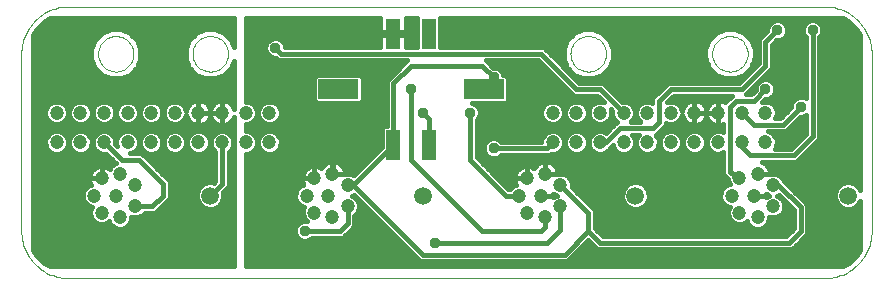
<source format=gbl>
G75*
G70*
%OFA0B0*%
%FSLAX24Y24*%
%IPPOS*%
%LPD*%
%AMOC8*
5,1,8,0,0,1.08239X$1,22.5*
%
%ADD10C,0.0000*%
%ADD11C,0.0472*%
%ADD12C,0.0591*%
%ADD13R,0.0500X0.1000*%
%ADD14R,0.1350X0.0650*%
%ADD15C,0.0160*%
%ADD16C,0.0376*%
D10*
X018222Y002079D02*
X018222Y007984D01*
X018224Y008061D01*
X018230Y008138D01*
X018239Y008215D01*
X018252Y008291D01*
X018269Y008367D01*
X018290Y008441D01*
X018314Y008515D01*
X018342Y008587D01*
X018373Y008657D01*
X018408Y008726D01*
X018446Y008794D01*
X018487Y008859D01*
X018532Y008922D01*
X018580Y008983D01*
X018630Y009042D01*
X018683Y009098D01*
X018739Y009151D01*
X018798Y009201D01*
X018859Y009249D01*
X018922Y009294D01*
X018987Y009335D01*
X019055Y009373D01*
X019124Y009408D01*
X019194Y009439D01*
X019266Y009467D01*
X019340Y009491D01*
X019414Y009512D01*
X019490Y009529D01*
X019566Y009542D01*
X019643Y009551D01*
X019720Y009557D01*
X019797Y009559D01*
X044994Y009559D01*
X045071Y009557D01*
X045148Y009551D01*
X045225Y009542D01*
X045301Y009529D01*
X045377Y009512D01*
X045451Y009491D01*
X045525Y009467D01*
X045597Y009439D01*
X045667Y009408D01*
X045736Y009373D01*
X045804Y009335D01*
X045869Y009294D01*
X045932Y009249D01*
X045993Y009201D01*
X046052Y009151D01*
X046108Y009098D01*
X046161Y009042D01*
X046211Y008983D01*
X046259Y008922D01*
X046304Y008859D01*
X046345Y008794D01*
X046383Y008726D01*
X046418Y008657D01*
X046449Y008587D01*
X046477Y008515D01*
X046501Y008441D01*
X046522Y008367D01*
X046539Y008291D01*
X046552Y008215D01*
X046561Y008138D01*
X046567Y008061D01*
X046569Y007984D01*
X046569Y002079D01*
X046567Y002002D01*
X046561Y001925D01*
X046552Y001848D01*
X046539Y001772D01*
X046522Y001696D01*
X046501Y001622D01*
X046477Y001548D01*
X046449Y001476D01*
X046418Y001406D01*
X046383Y001337D01*
X046345Y001269D01*
X046304Y001204D01*
X046259Y001141D01*
X046211Y001080D01*
X046161Y001021D01*
X046108Y000965D01*
X046052Y000912D01*
X045993Y000862D01*
X045932Y000814D01*
X045869Y000769D01*
X045804Y000728D01*
X045736Y000690D01*
X045667Y000655D01*
X045597Y000624D01*
X045525Y000596D01*
X045451Y000572D01*
X045377Y000551D01*
X045301Y000534D01*
X045225Y000521D01*
X045148Y000512D01*
X045071Y000506D01*
X044994Y000504D01*
X019797Y000504D01*
X019720Y000506D01*
X019643Y000512D01*
X019566Y000521D01*
X019490Y000534D01*
X019414Y000551D01*
X019340Y000572D01*
X019266Y000596D01*
X019194Y000624D01*
X019124Y000655D01*
X019055Y000690D01*
X018987Y000728D01*
X018922Y000769D01*
X018859Y000814D01*
X018798Y000862D01*
X018739Y000912D01*
X018683Y000965D01*
X018630Y001021D01*
X018580Y001080D01*
X018532Y001141D01*
X018487Y001204D01*
X018446Y001269D01*
X018408Y001337D01*
X018373Y001406D01*
X018342Y001476D01*
X018314Y001548D01*
X018290Y001622D01*
X018269Y001696D01*
X018252Y001772D01*
X018239Y001848D01*
X018230Y001925D01*
X018224Y002002D01*
X018222Y002079D01*
X020781Y007984D02*
X020783Y008032D01*
X020789Y008080D01*
X020799Y008127D01*
X020812Y008173D01*
X020830Y008218D01*
X020850Y008262D01*
X020875Y008304D01*
X020903Y008343D01*
X020933Y008380D01*
X020967Y008414D01*
X021004Y008446D01*
X021042Y008475D01*
X021083Y008500D01*
X021126Y008522D01*
X021171Y008540D01*
X021217Y008554D01*
X021264Y008565D01*
X021312Y008572D01*
X021360Y008575D01*
X021408Y008574D01*
X021456Y008569D01*
X021504Y008560D01*
X021550Y008548D01*
X021595Y008531D01*
X021639Y008511D01*
X021681Y008488D01*
X021721Y008461D01*
X021759Y008431D01*
X021794Y008398D01*
X021826Y008362D01*
X021856Y008324D01*
X021882Y008283D01*
X021904Y008240D01*
X021924Y008196D01*
X021939Y008151D01*
X021951Y008104D01*
X021959Y008056D01*
X021963Y008008D01*
X021963Y007960D01*
X021959Y007912D01*
X021951Y007864D01*
X021939Y007817D01*
X021924Y007772D01*
X021904Y007728D01*
X021882Y007685D01*
X021856Y007644D01*
X021826Y007606D01*
X021794Y007570D01*
X021759Y007537D01*
X021721Y007507D01*
X021681Y007480D01*
X021639Y007457D01*
X021595Y007437D01*
X021550Y007420D01*
X021504Y007408D01*
X021456Y007399D01*
X021408Y007394D01*
X021360Y007393D01*
X021312Y007396D01*
X021264Y007403D01*
X021217Y007414D01*
X021171Y007428D01*
X021126Y007446D01*
X021083Y007468D01*
X021042Y007493D01*
X021004Y007522D01*
X020967Y007554D01*
X020933Y007588D01*
X020903Y007625D01*
X020875Y007664D01*
X020850Y007706D01*
X020830Y007750D01*
X020812Y007795D01*
X020799Y007841D01*
X020789Y007888D01*
X020783Y007936D01*
X020781Y007984D01*
X023931Y007984D02*
X023933Y008032D01*
X023939Y008080D01*
X023949Y008127D01*
X023962Y008173D01*
X023980Y008218D01*
X024000Y008262D01*
X024025Y008304D01*
X024053Y008343D01*
X024083Y008380D01*
X024117Y008414D01*
X024154Y008446D01*
X024192Y008475D01*
X024233Y008500D01*
X024276Y008522D01*
X024321Y008540D01*
X024367Y008554D01*
X024414Y008565D01*
X024462Y008572D01*
X024510Y008575D01*
X024558Y008574D01*
X024606Y008569D01*
X024654Y008560D01*
X024700Y008548D01*
X024745Y008531D01*
X024789Y008511D01*
X024831Y008488D01*
X024871Y008461D01*
X024909Y008431D01*
X024944Y008398D01*
X024976Y008362D01*
X025006Y008324D01*
X025032Y008283D01*
X025054Y008240D01*
X025074Y008196D01*
X025089Y008151D01*
X025101Y008104D01*
X025109Y008056D01*
X025113Y008008D01*
X025113Y007960D01*
X025109Y007912D01*
X025101Y007864D01*
X025089Y007817D01*
X025074Y007772D01*
X025054Y007728D01*
X025032Y007685D01*
X025006Y007644D01*
X024976Y007606D01*
X024944Y007570D01*
X024909Y007537D01*
X024871Y007507D01*
X024831Y007480D01*
X024789Y007457D01*
X024745Y007437D01*
X024700Y007420D01*
X024654Y007408D01*
X024606Y007399D01*
X024558Y007394D01*
X024510Y007393D01*
X024462Y007396D01*
X024414Y007403D01*
X024367Y007414D01*
X024321Y007428D01*
X024276Y007446D01*
X024233Y007468D01*
X024192Y007493D01*
X024154Y007522D01*
X024117Y007554D01*
X024083Y007588D01*
X024053Y007625D01*
X024025Y007664D01*
X024000Y007706D01*
X023980Y007750D01*
X023962Y007795D01*
X023949Y007841D01*
X023939Y007888D01*
X023933Y007936D01*
X023931Y007984D01*
X036529Y007984D02*
X036531Y008032D01*
X036537Y008080D01*
X036547Y008127D01*
X036560Y008173D01*
X036578Y008218D01*
X036598Y008262D01*
X036623Y008304D01*
X036651Y008343D01*
X036681Y008380D01*
X036715Y008414D01*
X036752Y008446D01*
X036790Y008475D01*
X036831Y008500D01*
X036874Y008522D01*
X036919Y008540D01*
X036965Y008554D01*
X037012Y008565D01*
X037060Y008572D01*
X037108Y008575D01*
X037156Y008574D01*
X037204Y008569D01*
X037252Y008560D01*
X037298Y008548D01*
X037343Y008531D01*
X037387Y008511D01*
X037429Y008488D01*
X037469Y008461D01*
X037507Y008431D01*
X037542Y008398D01*
X037574Y008362D01*
X037604Y008324D01*
X037630Y008283D01*
X037652Y008240D01*
X037672Y008196D01*
X037687Y008151D01*
X037699Y008104D01*
X037707Y008056D01*
X037711Y008008D01*
X037711Y007960D01*
X037707Y007912D01*
X037699Y007864D01*
X037687Y007817D01*
X037672Y007772D01*
X037652Y007728D01*
X037630Y007685D01*
X037604Y007644D01*
X037574Y007606D01*
X037542Y007570D01*
X037507Y007537D01*
X037469Y007507D01*
X037429Y007480D01*
X037387Y007457D01*
X037343Y007437D01*
X037298Y007420D01*
X037252Y007408D01*
X037204Y007399D01*
X037156Y007394D01*
X037108Y007393D01*
X037060Y007396D01*
X037012Y007403D01*
X036965Y007414D01*
X036919Y007428D01*
X036874Y007446D01*
X036831Y007468D01*
X036790Y007493D01*
X036752Y007522D01*
X036715Y007554D01*
X036681Y007588D01*
X036651Y007625D01*
X036623Y007664D01*
X036598Y007706D01*
X036578Y007750D01*
X036560Y007795D01*
X036547Y007841D01*
X036537Y007888D01*
X036531Y007936D01*
X036529Y007984D01*
X041253Y007984D02*
X041255Y008032D01*
X041261Y008080D01*
X041271Y008127D01*
X041284Y008173D01*
X041302Y008218D01*
X041322Y008262D01*
X041347Y008304D01*
X041375Y008343D01*
X041405Y008380D01*
X041439Y008414D01*
X041476Y008446D01*
X041514Y008475D01*
X041555Y008500D01*
X041598Y008522D01*
X041643Y008540D01*
X041689Y008554D01*
X041736Y008565D01*
X041784Y008572D01*
X041832Y008575D01*
X041880Y008574D01*
X041928Y008569D01*
X041976Y008560D01*
X042022Y008548D01*
X042067Y008531D01*
X042111Y008511D01*
X042153Y008488D01*
X042193Y008461D01*
X042231Y008431D01*
X042266Y008398D01*
X042298Y008362D01*
X042328Y008324D01*
X042354Y008283D01*
X042376Y008240D01*
X042396Y008196D01*
X042411Y008151D01*
X042423Y008104D01*
X042431Y008056D01*
X042435Y008008D01*
X042435Y007960D01*
X042431Y007912D01*
X042423Y007864D01*
X042411Y007817D01*
X042396Y007772D01*
X042376Y007728D01*
X042354Y007685D01*
X042328Y007644D01*
X042298Y007606D01*
X042266Y007570D01*
X042231Y007537D01*
X042193Y007507D01*
X042153Y007480D01*
X042111Y007457D01*
X042067Y007437D01*
X042022Y007420D01*
X041976Y007408D01*
X041928Y007399D01*
X041880Y007394D01*
X041832Y007393D01*
X041784Y007396D01*
X041736Y007403D01*
X041689Y007414D01*
X041643Y007428D01*
X041598Y007446D01*
X041555Y007468D01*
X041514Y007493D01*
X041476Y007522D01*
X041439Y007554D01*
X041405Y007588D01*
X041375Y007625D01*
X041347Y007664D01*
X041322Y007706D01*
X041302Y007750D01*
X041284Y007795D01*
X041271Y007841D01*
X041261Y007888D01*
X041255Y007936D01*
X041253Y007984D01*
D11*
X041451Y006016D03*
X040663Y006016D03*
X039876Y006016D03*
X039089Y006016D03*
X038301Y006016D03*
X037514Y006016D03*
X036726Y006016D03*
X035939Y006016D03*
X035939Y005031D03*
X036726Y005031D03*
X037514Y005031D03*
X038301Y005031D03*
X039089Y005031D03*
X039876Y005031D03*
X040663Y005031D03*
X041451Y005031D03*
X042238Y005031D03*
X043026Y005031D03*
X043026Y006016D03*
X042238Y006016D03*
X042770Y003988D03*
X042159Y003831D03*
X041903Y003260D03*
X042159Y002689D03*
X042770Y002531D03*
X043281Y002906D03*
X042632Y003260D03*
X043281Y003614D03*
X036195Y003614D03*
X035545Y003260D03*
X036195Y002906D03*
X035683Y002531D03*
X035073Y002689D03*
X034817Y003260D03*
X035073Y003831D03*
X035683Y003988D03*
X029108Y003614D03*
X028596Y003988D03*
X027986Y003831D03*
X027730Y003260D03*
X028459Y003260D03*
X029108Y002906D03*
X028596Y002531D03*
X027986Y002689D03*
X026490Y005031D03*
X025703Y005031D03*
X024915Y005031D03*
X024128Y005031D03*
X023340Y005031D03*
X022553Y005031D03*
X021766Y005031D03*
X020978Y005031D03*
X020191Y005031D03*
X019403Y005031D03*
X019403Y006016D03*
X020191Y006016D03*
X020978Y006016D03*
X021766Y006016D03*
X022553Y006016D03*
X023340Y006016D03*
X024128Y006016D03*
X024915Y006016D03*
X025703Y006016D03*
X026490Y006016D03*
X022022Y003614D03*
X021510Y003988D03*
X020900Y003831D03*
X020644Y003260D03*
X021372Y003260D03*
X022022Y002906D03*
X021510Y002531D03*
X020900Y002689D03*
D12*
X024522Y003260D03*
X031608Y003260D03*
X038695Y003260D03*
X045191Y006016D03*
X045781Y003260D03*
D13*
X031805Y004953D03*
X030624Y004953D03*
X030624Y008653D03*
X031805Y008653D03*
D14*
X033634Y006803D03*
X028794Y006803D03*
D15*
X028061Y007268D02*
X027979Y007186D01*
X027979Y006420D01*
X028061Y006338D01*
X029528Y006338D01*
X029610Y006420D01*
X029610Y007186D01*
X029528Y007268D01*
X028061Y007268D01*
X027979Y007163D02*
X025703Y007163D01*
X025703Y007321D02*
X030634Y007321D01*
X030533Y007220D02*
X030404Y007091D01*
X030404Y005593D01*
X030316Y005593D01*
X030234Y005511D01*
X030234Y004874D01*
X029301Y003941D01*
X029183Y003990D01*
X029033Y003990D01*
X029013Y003982D01*
X029013Y003988D01*
X028597Y003988D01*
X028597Y003988D01*
X029013Y003988D01*
X029013Y004021D01*
X029002Y004086D01*
X028982Y004148D01*
X028952Y004206D01*
X028914Y004259D01*
X028868Y004306D01*
X028814Y004344D01*
X028756Y004374D01*
X028694Y004394D01*
X028629Y004404D01*
X028597Y004404D01*
X028597Y003989D01*
X028596Y003989D01*
X028596Y004404D01*
X028564Y004404D01*
X028499Y004394D01*
X028437Y004374D01*
X028378Y004344D01*
X028325Y004306D01*
X028279Y004259D01*
X028240Y004206D01*
X028223Y004173D01*
X028204Y004187D01*
X028146Y004216D01*
X028084Y004237D01*
X028019Y004247D01*
X027986Y004247D01*
X027953Y004247D01*
X027889Y004237D01*
X027826Y004216D01*
X027768Y004187D01*
X027715Y004148D01*
X027669Y004102D01*
X027630Y004049D01*
X027600Y003990D01*
X027580Y003928D01*
X027570Y003863D01*
X027570Y003831D01*
X027986Y003831D01*
X027986Y004247D01*
X027986Y003831D01*
X027986Y003831D01*
X027986Y003830D01*
X027570Y003830D01*
X027570Y003798D01*
X027580Y003733D01*
X027600Y003671D01*
X027625Y003623D01*
X027517Y003579D01*
X027411Y003473D01*
X027354Y003335D01*
X027354Y003185D01*
X027411Y003047D01*
X027517Y002941D01*
X027655Y002884D01*
X027660Y002884D01*
X027610Y002764D01*
X027610Y002614D01*
X027667Y002476D01*
X027736Y002407D01*
X027606Y002407D01*
X027485Y002357D01*
X027393Y002265D01*
X027343Y002144D01*
X027343Y002013D01*
X027393Y001893D01*
X027485Y001801D01*
X027606Y001751D01*
X027736Y001751D01*
X027857Y001801D01*
X027915Y001859D01*
X028761Y001859D01*
X028943Y001859D01*
X029199Y002115D01*
X029328Y002244D01*
X029328Y002593D01*
X029427Y002692D01*
X029484Y002831D01*
X029484Y002980D01*
X029427Y003119D01*
X029321Y003224D01*
X029236Y003260D01*
X029301Y003287D01*
X031517Y001071D01*
X031699Y001071D01*
X036424Y001071D01*
X036553Y001200D01*
X037120Y001768D01*
X037423Y001465D01*
X037605Y001465D01*
X043904Y001465D01*
X044033Y001594D01*
X044427Y001988D01*
X044427Y002170D01*
X044427Y002957D01*
X044298Y003086D01*
X043631Y003753D01*
X043600Y003827D01*
X043494Y003933D01*
X043356Y003990D01*
X043207Y003990D01*
X043186Y003982D01*
X043186Y003988D01*
X042770Y003988D01*
X042770Y003988D01*
X043186Y003988D01*
X043186Y004021D01*
X043176Y004086D01*
X043155Y004148D01*
X043126Y004206D01*
X043087Y004259D01*
X043041Y004306D01*
X042988Y004344D01*
X042929Y004374D01*
X042915Y004378D01*
X043879Y004378D01*
X044061Y004378D01*
X044691Y005008D01*
X044820Y005137D01*
X044820Y008528D01*
X044878Y008586D01*
X044928Y008706D01*
X044928Y008837D01*
X044878Y008957D01*
X044786Y009050D01*
X044666Y009100D01*
X044535Y009100D01*
X044414Y009050D01*
X044322Y008957D01*
X044272Y008837D01*
X044272Y008706D01*
X044322Y008586D01*
X044380Y008528D01*
X044380Y006496D01*
X044272Y006541D01*
X044141Y006541D01*
X044021Y006491D01*
X043928Y006398D01*
X043879Y006278D01*
X043879Y006196D01*
X043525Y005842D01*
X043361Y005842D01*
X043402Y005941D01*
X043402Y006091D01*
X043344Y006229D01*
X043239Y006335D01*
X043100Y006392D01*
X042951Y006392D01*
X042907Y006374D01*
X043009Y006475D01*
X043091Y006475D01*
X043211Y006525D01*
X043304Y006617D01*
X043354Y006738D01*
X043354Y006868D01*
X043304Y006989D01*
X043211Y007081D01*
X043091Y007131D01*
X042960Y007131D01*
X042840Y007081D01*
X042747Y006989D01*
X042697Y006868D01*
X042697Y006786D01*
X042541Y006629D01*
X042375Y006629D01*
X042458Y006712D01*
X043117Y007371D01*
X043245Y007499D01*
X043245Y008287D01*
X043402Y008444D01*
X043484Y008444D01*
X043605Y008494D01*
X043697Y008586D01*
X043747Y008706D01*
X043747Y008837D01*
X043697Y008957D01*
X043605Y009050D01*
X043484Y009100D01*
X043354Y009100D01*
X043233Y009050D01*
X043141Y008957D01*
X043091Y008837D01*
X043091Y008755D01*
X042806Y008469D01*
X042806Y008287D01*
X042806Y007682D01*
X042147Y007023D01*
X039785Y007023D01*
X039656Y006894D01*
X039262Y006501D01*
X039262Y006351D01*
X039163Y006392D01*
X039014Y006392D01*
X038875Y006335D01*
X038770Y006229D01*
X038712Y006091D01*
X038712Y005941D01*
X038770Y005803D01*
X038848Y005724D01*
X038541Y005724D01*
X038620Y005803D01*
X038677Y005941D01*
X038677Y006091D01*
X038620Y006229D01*
X038514Y006335D01*
X038376Y006392D01*
X038236Y006392D01*
X037734Y006894D01*
X037605Y007023D01*
X036817Y007023D01*
X035765Y008075D01*
X035636Y008204D01*
X032195Y008204D01*
X032195Y009165D01*
X045615Y009165D01*
X045813Y009051D01*
X046061Y008803D01*
X046175Y008605D01*
X046175Y003447D01*
X046150Y003506D01*
X046028Y003629D01*
X045868Y003695D01*
X045695Y003695D01*
X045535Y003629D01*
X045412Y003506D01*
X045346Y003346D01*
X045346Y003173D01*
X045412Y003013D01*
X045535Y002891D01*
X045695Y002825D01*
X045868Y002825D01*
X046028Y002891D01*
X046150Y003013D01*
X046175Y003073D01*
X046175Y001458D01*
X046061Y001260D01*
X045813Y001012D01*
X045615Y000898D01*
X025703Y000898D01*
X025703Y004655D01*
X025778Y004655D01*
X025916Y004713D01*
X026022Y004818D01*
X026079Y004957D01*
X026079Y005106D01*
X026022Y005245D01*
X025916Y005350D01*
X025778Y005408D01*
X025703Y005408D01*
X025703Y005640D01*
X025778Y005640D01*
X025916Y005697D01*
X026022Y005803D01*
X026079Y005941D01*
X026079Y006091D01*
X026022Y006229D01*
X025916Y006335D01*
X025778Y006392D01*
X025703Y006392D01*
X025703Y009165D01*
X030194Y009165D01*
X030194Y008698D01*
X030579Y008698D01*
X030579Y008608D01*
X030194Y008608D01*
X030194Y008204D01*
X027015Y008204D01*
X027015Y008246D01*
X026965Y008367D01*
X026873Y008459D01*
X026752Y008509D01*
X026622Y008509D01*
X026501Y008459D01*
X026409Y008367D01*
X026359Y008246D01*
X026359Y008116D01*
X026409Y007995D01*
X026501Y007903D01*
X026622Y007853D01*
X026704Y007853D01*
X026793Y007764D01*
X026975Y007764D01*
X031077Y007764D01*
X030533Y007220D01*
X030476Y007163D02*
X029610Y007163D01*
X029610Y007004D02*
X030404Y007004D01*
X030404Y006846D02*
X029610Y006846D01*
X029610Y006687D02*
X030404Y006687D01*
X030404Y006529D02*
X029610Y006529D01*
X029559Y006370D02*
X030404Y006370D01*
X030404Y006211D02*
X026816Y006211D01*
X026809Y006229D02*
X026703Y006335D01*
X026565Y006392D01*
X026415Y006392D01*
X026277Y006335D01*
X026171Y006229D01*
X026114Y006091D01*
X026114Y005941D01*
X026171Y005803D01*
X026277Y005697D01*
X026415Y005640D01*
X026565Y005640D01*
X026703Y005697D01*
X026809Y005803D01*
X026866Y005941D01*
X026866Y006091D01*
X026809Y006229D01*
X026866Y006053D02*
X030404Y006053D01*
X030404Y005894D02*
X026847Y005894D01*
X026742Y005736D02*
X030404Y005736D01*
X030300Y005577D02*
X025703Y005577D01*
X025703Y005419D02*
X030234Y005419D01*
X030234Y005260D02*
X026793Y005260D01*
X026809Y005245D02*
X026703Y005350D01*
X026565Y005408D01*
X026415Y005408D01*
X026277Y005350D01*
X026171Y005245D01*
X026114Y005106D01*
X026114Y004957D01*
X026171Y004818D01*
X026277Y004713D01*
X026415Y004655D01*
X026565Y004655D01*
X026703Y004713D01*
X026809Y004818D01*
X026866Y004957D01*
X026866Y005106D01*
X026809Y005245D01*
X026866Y005102D02*
X030234Y005102D01*
X030234Y004943D02*
X026861Y004943D01*
X026775Y004785D02*
X030144Y004785D01*
X029986Y004626D02*
X025703Y004626D01*
X025703Y004468D02*
X029827Y004468D01*
X029669Y004309D02*
X028863Y004309D01*
X028981Y004150D02*
X029510Y004150D01*
X029352Y003992D02*
X029013Y003992D01*
X028597Y003992D02*
X028596Y003992D01*
X028596Y004150D02*
X028597Y004150D01*
X028596Y004309D02*
X028597Y004309D01*
X028330Y004309D02*
X025703Y004309D01*
X025703Y004150D02*
X027718Y004150D01*
X027601Y003992D02*
X025703Y003992D01*
X025703Y003833D02*
X027570Y003833D01*
X027599Y003675D02*
X025703Y003675D01*
X025703Y003516D02*
X027455Y003516D01*
X027364Y003358D02*
X025703Y003358D01*
X025703Y003199D02*
X027354Y003199D01*
X027417Y003041D02*
X025703Y003041D01*
X025703Y002882D02*
X027659Y002882D01*
X027610Y002724D02*
X025703Y002724D01*
X025703Y002565D02*
X027630Y002565D01*
X027605Y002406D02*
X025703Y002406D01*
X025703Y002248D02*
X027386Y002248D01*
X027343Y002089D02*
X025703Y002089D01*
X025703Y001931D02*
X027377Y001931D01*
X027554Y001772D02*
X025703Y001772D01*
X025703Y001614D02*
X030975Y001614D01*
X031133Y001455D02*
X025703Y001455D01*
X025703Y001297D02*
X031292Y001297D01*
X031450Y001138D02*
X025703Y001138D01*
X025703Y000980D02*
X045757Y000980D01*
X045939Y001138D02*
X036490Y001138D01*
X036333Y001291D02*
X031608Y001291D01*
X029285Y003614D01*
X029108Y003614D01*
X029285Y003614D01*
X030624Y004953D01*
X030624Y007000D01*
X031214Y007591D01*
X033577Y007591D01*
X033970Y007197D01*
X033953Y007525D02*
X033797Y007682D01*
X033714Y007764D01*
X035454Y007764D01*
X036635Y006583D01*
X036817Y006583D01*
X037423Y006583D01*
X037632Y006374D01*
X037589Y006392D01*
X037439Y006392D01*
X037301Y006335D01*
X037195Y006229D01*
X037137Y006091D01*
X037137Y005941D01*
X037195Y005803D01*
X037301Y005697D01*
X037439Y005640D01*
X037589Y005640D01*
X037727Y005697D01*
X037833Y005803D01*
X037890Y005941D01*
X037890Y006091D01*
X037872Y006134D01*
X037925Y006081D01*
X037925Y005941D01*
X037982Y005803D01*
X038076Y005708D01*
X037963Y005595D01*
X037721Y005353D01*
X037589Y005408D01*
X037439Y005408D01*
X037301Y005350D01*
X037195Y005245D01*
X037137Y005106D01*
X037137Y004957D01*
X037195Y004818D01*
X037301Y004713D01*
X037439Y004655D01*
X037589Y004655D01*
X037727Y004713D01*
X037833Y004818D01*
X037850Y004859D01*
X037931Y004941D01*
X037982Y004818D01*
X038088Y004713D01*
X038226Y004655D01*
X038376Y004655D01*
X038514Y004713D01*
X038620Y004818D01*
X038677Y004957D01*
X038677Y005106D01*
X038620Y005245D01*
X038581Y005284D01*
X038809Y005284D01*
X038770Y005245D01*
X038712Y005106D01*
X038712Y004957D01*
X038770Y004818D01*
X038875Y004713D01*
X039014Y004655D01*
X039163Y004655D01*
X039302Y004713D01*
X039407Y004818D01*
X039465Y004957D01*
X039465Y005106D01*
X039407Y005245D01*
X039368Y005284D01*
X039376Y005284D01*
X039573Y005481D01*
X039702Y005610D01*
X039702Y005681D01*
X039801Y005640D01*
X039951Y005640D01*
X040089Y005697D01*
X040195Y005803D01*
X040252Y005941D01*
X040252Y005952D01*
X040257Y005918D01*
X040278Y005856D01*
X040307Y005798D01*
X040346Y005745D01*
X040392Y005698D01*
X040445Y005660D01*
X040504Y005630D01*
X040566Y005610D01*
X040631Y005600D01*
X040663Y005600D01*
X040663Y006015D01*
X040663Y006015D01*
X040663Y005600D01*
X040696Y005600D01*
X040761Y005610D01*
X040823Y005630D01*
X040881Y005660D01*
X040934Y005698D01*
X040981Y005745D01*
X041019Y005798D01*
X041049Y005856D01*
X041057Y005881D01*
X041065Y005856D01*
X041095Y005798D01*
X041133Y005745D01*
X041180Y005698D01*
X041233Y005660D01*
X041291Y005630D01*
X041353Y005610D01*
X041418Y005600D01*
X041450Y005600D01*
X041450Y006015D01*
X041450Y006016D02*
X041079Y006016D01*
X040664Y006016D01*
X041034Y006016D01*
X041450Y006016D01*
X041450Y006016D01*
X041450Y006432D01*
X041418Y006432D01*
X041353Y006422D01*
X041291Y006401D01*
X041233Y006372D01*
X041180Y006333D01*
X041133Y006287D01*
X041095Y006234D01*
X041065Y006176D01*
X041057Y006151D01*
X041049Y006176D01*
X041019Y006234D01*
X040981Y006287D01*
X040934Y006333D01*
X040881Y006372D01*
X040823Y006401D01*
X040761Y006422D01*
X040696Y006432D01*
X040663Y006432D01*
X040631Y006432D01*
X040566Y006422D01*
X040504Y006401D01*
X040445Y006372D01*
X040392Y006333D01*
X040346Y006287D01*
X040307Y006234D01*
X040278Y006176D01*
X040257Y006113D01*
X040252Y006080D01*
X040252Y006091D01*
X040195Y006229D01*
X040089Y006335D01*
X039951Y006392D01*
X039801Y006392D01*
X039758Y006374D01*
X039967Y006583D01*
X041904Y006583D01*
X041753Y006433D01*
X041682Y006362D01*
X041669Y006372D01*
X041610Y006401D01*
X041548Y006422D01*
X041483Y006432D01*
X041451Y006432D01*
X041451Y006016D01*
X041450Y006016D01*
X041450Y006015D02*
X041451Y006015D01*
X041451Y005600D01*
X041483Y005600D01*
X041548Y005610D01*
X041610Y005630D01*
X041624Y005637D01*
X041624Y005367D01*
X041526Y005408D01*
X041376Y005408D01*
X041238Y005350D01*
X041132Y005245D01*
X041074Y005106D01*
X041074Y004957D01*
X041132Y004818D01*
X041238Y004713D01*
X041376Y004655D01*
X041526Y004655D01*
X041624Y004696D01*
X041624Y004116D01*
X041611Y004097D01*
X041624Y004027D01*
X041624Y003956D01*
X041641Y003940D01*
X041645Y003918D01*
X041703Y003877D01*
X041753Y003827D01*
X041776Y003827D01*
X041783Y003822D01*
X041783Y003756D01*
X041833Y003636D01*
X041829Y003636D01*
X041690Y003579D01*
X041585Y003473D01*
X041527Y003335D01*
X041527Y003185D01*
X041585Y003047D01*
X041690Y002941D01*
X041829Y002884D01*
X041833Y002884D01*
X041783Y002764D01*
X041783Y002614D01*
X041840Y002476D01*
X041946Y002370D01*
X042084Y002313D01*
X042234Y002313D01*
X042372Y002370D01*
X042413Y002410D01*
X042451Y002318D01*
X042556Y002213D01*
X042695Y002155D01*
X042844Y002155D01*
X042983Y002213D01*
X043089Y002318D01*
X043146Y002457D01*
X043146Y002554D01*
X043207Y002529D01*
X043356Y002529D01*
X043494Y002587D01*
X043600Y002692D01*
X043658Y002831D01*
X043658Y002980D01*
X043600Y003119D01*
X043494Y003224D01*
X043409Y003260D01*
X043475Y003287D01*
X043987Y002775D01*
X043987Y002170D01*
X043722Y001905D01*
X037605Y001905D01*
X037340Y002170D01*
X037340Y002598D01*
X037340Y002780D01*
X036571Y003549D01*
X036571Y003689D01*
X036514Y003827D01*
X036408Y003933D01*
X036270Y003990D01*
X036120Y003990D01*
X036099Y003982D01*
X036099Y003988D01*
X035683Y003988D01*
X035683Y003988D01*
X036099Y003988D01*
X036099Y004021D01*
X036089Y004086D01*
X036069Y004148D01*
X036039Y004206D01*
X036000Y004259D01*
X035954Y004306D01*
X035901Y004344D01*
X035843Y004374D01*
X035780Y004394D01*
X035716Y004404D01*
X035683Y004404D01*
X035683Y003989D01*
X035683Y003989D01*
X035683Y004404D01*
X035650Y004404D01*
X035586Y004394D01*
X035523Y004374D01*
X035465Y004344D01*
X035412Y004306D01*
X035366Y004259D01*
X035327Y004206D01*
X035310Y004173D01*
X035291Y004187D01*
X035233Y004216D01*
X035170Y004237D01*
X035106Y004247D01*
X035073Y004247D01*
X035073Y003831D01*
X035073Y003831D01*
X035073Y004247D01*
X035040Y004247D01*
X034975Y004237D01*
X034913Y004216D01*
X034855Y004187D01*
X034802Y004148D01*
X034755Y004102D01*
X034717Y004049D01*
X034687Y003990D01*
X034667Y003928D01*
X034657Y003863D01*
X034657Y003831D01*
X035072Y003831D01*
X035072Y003830D01*
X034657Y003830D01*
X034657Y003798D01*
X034667Y003733D01*
X034687Y003671D01*
X034711Y003623D01*
X034604Y003579D01*
X034505Y003480D01*
X034455Y003480D01*
X033403Y004532D01*
X033403Y005772D01*
X033461Y005830D01*
X033511Y005950D01*
X033511Y006081D01*
X033461Y006202D01*
X033369Y006294D01*
X033261Y006338D01*
X034368Y006338D01*
X034450Y006420D01*
X034450Y007186D01*
X034368Y007268D01*
X034296Y007268D01*
X034249Y007383D01*
X034156Y007475D01*
X034036Y007525D01*
X033953Y007525D01*
X033840Y007638D02*
X035580Y007638D01*
X035738Y007480D02*
X034144Y007480D01*
X034274Y007321D02*
X035897Y007321D01*
X036056Y007163D02*
X034450Y007163D01*
X034450Y007004D02*
X036214Y007004D01*
X036373Y006846D02*
X034450Y006846D01*
X034450Y006687D02*
X036531Y006687D01*
X036726Y006803D02*
X035545Y007984D01*
X026884Y007984D01*
X026687Y008181D01*
X026449Y007955D02*
X025703Y007955D01*
X025703Y007797D02*
X026760Y007797D01*
X026360Y008114D02*
X025703Y008114D01*
X025703Y008273D02*
X026370Y008273D01*
X026473Y008431D02*
X025703Y008431D01*
X025703Y008590D02*
X030194Y008590D01*
X030194Y008748D02*
X025703Y008748D01*
X025703Y008907D02*
X030194Y008907D01*
X030194Y009065D02*
X025703Y009065D01*
X025309Y009065D02*
X019003Y009065D01*
X018978Y009051D02*
X019176Y009165D01*
X025309Y009165D01*
X025309Y008227D01*
X025217Y008449D01*
X024986Y008680D01*
X024685Y008805D01*
X024358Y008805D01*
X024057Y008680D01*
X023826Y008449D01*
X023701Y008147D01*
X023701Y007821D01*
X023826Y007519D01*
X024057Y007289D01*
X024358Y007164D01*
X024685Y007164D01*
X024986Y007289D01*
X025217Y007519D01*
X025309Y007741D01*
X025309Y006151D01*
X025301Y006176D01*
X025271Y006234D01*
X025233Y006287D01*
X025186Y006333D01*
X025133Y006372D01*
X025075Y006401D01*
X025013Y006422D01*
X024948Y006432D01*
X024915Y006432D01*
X024882Y006432D01*
X024818Y006422D01*
X024755Y006401D01*
X024697Y006372D01*
X024644Y006333D01*
X024598Y006287D01*
X024559Y006234D01*
X024530Y006176D01*
X024522Y006151D01*
X024514Y006176D01*
X024484Y006234D01*
X024445Y006287D01*
X024399Y006333D01*
X024346Y006372D01*
X024288Y006401D01*
X024225Y006422D01*
X024161Y006432D01*
X024128Y006432D01*
X024128Y006016D01*
X024128Y006016D01*
X024544Y006016D01*
X024915Y006016D01*
X024915Y006432D01*
X024915Y006016D01*
X024915Y006016D01*
X024915Y006016D01*
X024544Y006016D01*
X024128Y006016D01*
X024128Y006016D01*
X024128Y006432D01*
X024095Y006432D01*
X024030Y006422D01*
X023968Y006401D01*
X023910Y006372D01*
X023857Y006333D01*
X023810Y006287D01*
X023772Y006234D01*
X023742Y006176D01*
X023722Y006113D01*
X023717Y006080D01*
X023717Y006091D01*
X023659Y006229D01*
X023554Y006335D01*
X023415Y006392D01*
X023266Y006392D01*
X023127Y006335D01*
X023022Y006229D01*
X022964Y006091D01*
X022964Y005941D01*
X023022Y005803D01*
X023127Y005697D01*
X023266Y005640D01*
X023415Y005640D01*
X023554Y005697D01*
X023659Y005803D01*
X023717Y005941D01*
X023717Y005952D01*
X023722Y005918D01*
X023742Y005856D01*
X023772Y005798D01*
X023810Y005745D01*
X023857Y005698D01*
X023910Y005660D01*
X023968Y005630D01*
X024030Y005610D01*
X024095Y005600D01*
X024128Y005600D01*
X024161Y005600D01*
X024225Y005610D01*
X024288Y005630D01*
X024346Y005660D01*
X024399Y005698D01*
X024445Y005745D01*
X024484Y005798D01*
X024514Y005856D01*
X024522Y005881D01*
X024530Y005856D01*
X024559Y005798D01*
X024598Y005745D01*
X024644Y005698D01*
X024697Y005660D01*
X024755Y005630D01*
X024818Y005610D01*
X024882Y005600D01*
X024915Y005600D01*
X024915Y006015D01*
X024915Y006015D01*
X024915Y005600D01*
X024948Y005600D01*
X025013Y005610D01*
X025075Y005630D01*
X025133Y005660D01*
X025186Y005698D01*
X025233Y005745D01*
X025271Y005798D01*
X025301Y005856D01*
X025309Y005881D01*
X025309Y000898D01*
X019176Y000898D01*
X018978Y001012D01*
X018730Y001260D01*
X018616Y001458D01*
X018616Y008605D01*
X018730Y008803D01*
X018978Y009051D01*
X018834Y008907D02*
X025309Y008907D01*
X025309Y008748D02*
X024821Y008748D01*
X025077Y008590D02*
X025309Y008590D01*
X025309Y008431D02*
X025225Y008431D01*
X025290Y008273D02*
X025309Y008273D01*
X025309Y007638D02*
X025266Y007638D01*
X025309Y007480D02*
X025178Y007480D01*
X025309Y007321D02*
X025019Y007321D01*
X025309Y007163D02*
X018616Y007163D01*
X018616Y007321D02*
X020874Y007321D01*
X020907Y007289D02*
X021209Y007164D01*
X021535Y007164D01*
X021837Y007289D01*
X022068Y007519D01*
X022192Y007821D01*
X022192Y008147D01*
X022068Y008449D01*
X021837Y008680D01*
X021535Y008805D01*
X021209Y008805D01*
X020907Y008680D01*
X020676Y008449D01*
X020551Y008147D01*
X020551Y007821D01*
X020676Y007519D01*
X020907Y007289D01*
X020716Y007480D02*
X018616Y007480D01*
X018616Y007638D02*
X020627Y007638D01*
X020561Y007797D02*
X018616Y007797D01*
X018616Y007955D02*
X020551Y007955D01*
X020551Y008114D02*
X018616Y008114D01*
X018616Y008273D02*
X020603Y008273D01*
X020669Y008431D02*
X018616Y008431D01*
X018616Y008590D02*
X020817Y008590D01*
X021072Y008748D02*
X018699Y008748D01*
X021672Y008748D02*
X024222Y008748D01*
X023967Y008590D02*
X021927Y008590D01*
X022075Y008431D02*
X023819Y008431D01*
X023753Y008273D02*
X022141Y008273D01*
X022192Y008114D02*
X023701Y008114D01*
X023701Y007955D02*
X022192Y007955D01*
X022182Y007797D02*
X023711Y007797D01*
X023777Y007638D02*
X022117Y007638D01*
X022028Y007480D02*
X023866Y007480D01*
X024024Y007321D02*
X021869Y007321D01*
X021841Y006392D02*
X021691Y006392D01*
X021553Y006335D01*
X021447Y006229D01*
X021389Y006091D01*
X021389Y005941D01*
X021447Y005803D01*
X021553Y005697D01*
X021691Y005640D01*
X021841Y005640D01*
X021979Y005697D01*
X022085Y005803D01*
X022142Y005941D01*
X022142Y006091D01*
X022085Y006229D01*
X021979Y006335D01*
X021841Y006392D01*
X021893Y006370D02*
X022425Y006370D01*
X022478Y006392D02*
X022340Y006335D01*
X022234Y006229D01*
X022177Y006091D01*
X022177Y005941D01*
X022234Y005803D01*
X022340Y005697D01*
X022478Y005640D01*
X022628Y005640D01*
X022766Y005697D01*
X022872Y005803D01*
X022929Y005941D01*
X022929Y006091D01*
X022872Y006229D01*
X022766Y006335D01*
X022628Y006392D01*
X022478Y006392D01*
X022681Y006370D02*
X023213Y006370D01*
X023014Y006211D02*
X022879Y006211D01*
X022929Y006053D02*
X022964Y006053D01*
X022984Y005894D02*
X022910Y005894D01*
X022805Y005736D02*
X023088Y005736D01*
X023593Y005736D02*
X023819Y005736D01*
X023730Y005894D02*
X023697Y005894D01*
X023667Y006211D02*
X023761Y006211D01*
X023907Y006370D02*
X023468Y006370D01*
X024128Y006370D02*
X024128Y006370D01*
X024128Y006211D02*
X024128Y006211D01*
X024128Y006053D02*
X024128Y006053D01*
X024128Y006015D02*
X024128Y005600D01*
X024128Y006015D01*
X024128Y006015D01*
X024128Y005894D02*
X024128Y005894D01*
X024128Y005736D02*
X024128Y005736D01*
X024437Y005736D02*
X024606Y005736D01*
X024915Y005736D02*
X024915Y005736D01*
X024915Y005894D02*
X024915Y005894D01*
X024915Y006053D02*
X024915Y006053D01*
X024915Y006211D02*
X024915Y006211D01*
X024915Y006370D02*
X024915Y006370D01*
X024695Y006370D02*
X024348Y006370D01*
X024495Y006211D02*
X024548Y006211D01*
X025136Y006370D02*
X025309Y006370D01*
X025309Y006211D02*
X025283Y006211D01*
X025309Y005736D02*
X025224Y005736D01*
X025309Y005577D02*
X018616Y005577D01*
X018616Y005419D02*
X025309Y005419D01*
X025309Y005260D02*
X025219Y005260D01*
X025234Y005245D02*
X025128Y005350D01*
X024990Y005408D01*
X024840Y005408D01*
X024702Y005350D01*
X024596Y005245D01*
X024539Y005106D01*
X024539Y004957D01*
X024596Y004818D01*
X024695Y004719D01*
X024695Y003745D01*
X024635Y003684D01*
X024608Y003695D01*
X024435Y003695D01*
X024275Y003629D01*
X024153Y003506D01*
X024086Y003346D01*
X024086Y003173D01*
X024153Y003013D01*
X024275Y002891D01*
X024435Y002825D01*
X024608Y002825D01*
X024768Y002891D01*
X024891Y003013D01*
X024957Y003173D01*
X024957Y003346D01*
X024946Y003373D01*
X025006Y003434D01*
X025135Y003562D01*
X025135Y004719D01*
X025234Y004818D01*
X025291Y004957D01*
X025291Y005106D01*
X025234Y005245D01*
X025291Y005102D02*
X025309Y005102D01*
X025309Y004943D02*
X025286Y004943D01*
X025309Y004785D02*
X025200Y004785D01*
X025135Y004626D02*
X025309Y004626D01*
X025309Y004468D02*
X025135Y004468D01*
X025135Y004309D02*
X025309Y004309D01*
X025309Y004150D02*
X025135Y004150D01*
X025135Y003992D02*
X025309Y003992D01*
X025309Y003833D02*
X025135Y003833D01*
X025135Y003675D02*
X025309Y003675D01*
X025309Y003516D02*
X025089Y003516D01*
X024952Y003358D02*
X025309Y003358D01*
X025309Y003199D02*
X024957Y003199D01*
X024902Y003041D02*
X025309Y003041D01*
X025309Y002882D02*
X024747Y002882D01*
X024522Y003260D02*
X024915Y003654D01*
X024915Y005031D01*
X024630Y004785D02*
X024413Y004785D01*
X024447Y004818D02*
X024504Y004957D01*
X024504Y005106D01*
X024447Y005245D01*
X024341Y005350D01*
X024203Y005408D01*
X024053Y005408D01*
X023915Y005350D01*
X023809Y005245D01*
X023752Y005106D01*
X023752Y004957D01*
X023809Y004818D01*
X023915Y004713D01*
X024053Y004655D01*
X024203Y004655D01*
X024341Y004713D01*
X024447Y004818D01*
X024498Y004943D02*
X024545Y004943D01*
X024539Y005102D02*
X024504Y005102D01*
X024431Y005260D02*
X024612Y005260D01*
X023825Y005260D02*
X023644Y005260D01*
X023659Y005245D02*
X023554Y005350D01*
X023415Y005408D01*
X023266Y005408D01*
X023127Y005350D01*
X023022Y005245D01*
X022964Y005106D01*
X022964Y004957D01*
X023022Y004818D01*
X023127Y004713D01*
X023266Y004655D01*
X023415Y004655D01*
X023554Y004713D01*
X023659Y004818D01*
X023717Y004957D01*
X023717Y005106D01*
X023659Y005245D01*
X023717Y005102D02*
X023752Y005102D01*
X023757Y004943D02*
X023711Y004943D01*
X023626Y004785D02*
X023843Y004785D01*
X024695Y004626D02*
X022285Y004626D01*
X022250Y004661D02*
X022068Y004661D01*
X021854Y004661D01*
X021979Y004713D01*
X022085Y004818D01*
X022142Y004957D01*
X022142Y005106D01*
X022085Y005245D01*
X021979Y005350D01*
X021841Y005408D01*
X021691Y005408D01*
X021553Y005350D01*
X021447Y005245D01*
X021389Y005106D01*
X021389Y004957D01*
X021407Y004913D01*
X021354Y004966D01*
X021354Y005106D01*
X021297Y005245D01*
X021191Y005350D01*
X021053Y005408D01*
X020903Y005408D01*
X020765Y005350D01*
X020659Y005245D01*
X020602Y005106D01*
X020602Y004957D01*
X020659Y004818D01*
X020765Y004713D01*
X020903Y004655D01*
X021043Y004655D01*
X021349Y004350D01*
X021364Y004335D01*
X021297Y004307D01*
X021191Y004201D01*
X021169Y004149D01*
X021118Y004187D01*
X021059Y004216D01*
X020997Y004237D01*
X020932Y004247D01*
X020900Y004247D01*
X020900Y003831D01*
X020899Y003831D01*
X020899Y003830D01*
X020483Y003830D01*
X020483Y003798D01*
X020494Y003733D01*
X020514Y003671D01*
X020538Y003623D01*
X020431Y003579D01*
X020325Y003473D01*
X020267Y003335D01*
X020267Y003185D01*
X020325Y003047D01*
X020431Y002941D01*
X020569Y002884D01*
X020573Y002884D01*
X020523Y002764D01*
X020523Y002614D01*
X020581Y002476D01*
X020686Y002370D01*
X020825Y002313D01*
X020974Y002313D01*
X021113Y002370D01*
X021153Y002410D01*
X021191Y002318D01*
X021297Y002213D01*
X021435Y002155D01*
X021585Y002155D01*
X021723Y002213D01*
X021829Y002318D01*
X021886Y002457D01*
X021886Y002554D01*
X021947Y002529D01*
X022096Y002529D01*
X022235Y002587D01*
X022334Y002686D01*
X022684Y002686D01*
X022812Y002814D01*
X023167Y003169D01*
X023167Y003351D01*
X023167Y003745D01*
X023038Y003874D01*
X022250Y004661D01*
X022340Y004713D02*
X022478Y004655D01*
X022628Y004655D01*
X022766Y004713D01*
X022872Y004818D01*
X022929Y004957D01*
X022929Y005106D01*
X022872Y005245D01*
X022766Y005350D01*
X022628Y005408D01*
X022478Y005408D01*
X022340Y005350D01*
X022234Y005245D01*
X022177Y005106D01*
X022177Y004957D01*
X022234Y004818D01*
X022340Y004713D01*
X022268Y004785D02*
X022051Y004785D01*
X022136Y004943D02*
X022182Y004943D01*
X022177Y005102D02*
X022142Y005102D01*
X022069Y005260D02*
X022250Y005260D01*
X022856Y005260D02*
X023037Y005260D01*
X022964Y005102D02*
X022929Y005102D01*
X022924Y004943D02*
X022970Y004943D01*
X023055Y004785D02*
X022838Y004785D01*
X022444Y004468D02*
X024695Y004468D01*
X024695Y004309D02*
X022602Y004309D01*
X022761Y004150D02*
X024695Y004150D01*
X024695Y003992D02*
X022919Y003992D01*
X023078Y003833D02*
X024695Y003833D01*
X024386Y003675D02*
X023167Y003675D01*
X023167Y003516D02*
X024162Y003516D01*
X024091Y003358D02*
X023167Y003358D01*
X023167Y003199D02*
X024086Y003199D01*
X024141Y003041D02*
X023039Y003041D01*
X022880Y002882D02*
X024296Y002882D01*
X025309Y002724D02*
X022722Y002724D01*
X022592Y002906D02*
X022022Y002906D01*
X022592Y002906D02*
X022947Y003260D01*
X022947Y003654D01*
X022159Y004441D01*
X021569Y004441D01*
X020978Y005031D01*
X020693Y004785D02*
X020476Y004785D01*
X020510Y004818D02*
X020567Y004957D01*
X020567Y005106D01*
X020510Y005245D01*
X020404Y005350D01*
X020266Y005408D01*
X020116Y005408D01*
X019978Y005350D01*
X019872Y005245D01*
X019815Y005106D01*
X019815Y004957D01*
X019872Y004818D01*
X019978Y004713D01*
X020116Y004655D01*
X020266Y004655D01*
X020404Y004713D01*
X020510Y004818D01*
X020561Y004943D02*
X020608Y004943D01*
X020602Y005102D02*
X020567Y005102D01*
X020494Y005260D02*
X020675Y005260D01*
X020903Y005640D02*
X021053Y005640D01*
X021191Y005697D01*
X021297Y005803D01*
X021354Y005941D01*
X021354Y006091D01*
X021297Y006229D01*
X021191Y006335D01*
X021053Y006392D01*
X020903Y006392D01*
X020765Y006335D01*
X020659Y006229D01*
X020602Y006091D01*
X020602Y005941D01*
X020659Y005803D01*
X020765Y005697D01*
X020903Y005640D01*
X020726Y005736D02*
X020443Y005736D01*
X020404Y005697D02*
X020510Y005803D01*
X020567Y005941D01*
X020567Y006091D01*
X020510Y006229D01*
X020404Y006335D01*
X020266Y006392D01*
X020116Y006392D01*
X019978Y006335D01*
X019872Y006229D01*
X019815Y006091D01*
X019815Y005941D01*
X019872Y005803D01*
X019978Y005697D01*
X020116Y005640D01*
X020266Y005640D01*
X020404Y005697D01*
X020548Y005894D02*
X020621Y005894D01*
X020602Y006053D02*
X020567Y006053D01*
X020517Y006211D02*
X020652Y006211D01*
X020851Y006370D02*
X020319Y006370D01*
X020063Y006370D02*
X019531Y006370D01*
X019478Y006392D02*
X019329Y006392D01*
X019190Y006335D01*
X019085Y006229D01*
X019027Y006091D01*
X019027Y005941D01*
X019085Y005803D01*
X019190Y005697D01*
X019329Y005640D01*
X019478Y005640D01*
X019617Y005697D01*
X019722Y005803D01*
X019780Y005941D01*
X019780Y006091D01*
X019722Y006229D01*
X019617Y006335D01*
X019478Y006392D01*
X019276Y006370D02*
X018616Y006370D01*
X018616Y006211D02*
X019077Y006211D01*
X019027Y006053D02*
X018616Y006053D01*
X018616Y005894D02*
X019046Y005894D01*
X019151Y005736D02*
X018616Y005736D01*
X018616Y005260D02*
X019100Y005260D01*
X019085Y005245D02*
X019027Y005106D01*
X019027Y004957D01*
X019085Y004818D01*
X019190Y004713D01*
X019329Y004655D01*
X019478Y004655D01*
X019617Y004713D01*
X019722Y004818D01*
X019780Y004957D01*
X019780Y005106D01*
X019722Y005245D01*
X019617Y005350D01*
X019478Y005408D01*
X019329Y005408D01*
X019190Y005350D01*
X019085Y005245D01*
X019027Y005102D02*
X018616Y005102D01*
X018616Y004943D02*
X019033Y004943D01*
X019118Y004785D02*
X018616Y004785D01*
X018616Y004626D02*
X021073Y004626D01*
X021231Y004468D02*
X018616Y004468D01*
X018616Y004309D02*
X021301Y004309D01*
X021170Y004150D02*
X021168Y004150D01*
X020900Y004150D02*
X020899Y004150D01*
X020899Y004247D02*
X020899Y003831D01*
X020483Y003831D01*
X020483Y003863D01*
X020494Y003928D01*
X020514Y003990D01*
X020544Y004049D01*
X020582Y004102D01*
X020628Y004148D01*
X020681Y004187D01*
X020740Y004216D01*
X020802Y004237D01*
X020867Y004247D01*
X020899Y004247D01*
X020899Y003992D02*
X020900Y003992D01*
X020899Y003833D02*
X020900Y003833D01*
X020631Y004150D02*
X018616Y004150D01*
X018616Y003992D02*
X020515Y003992D01*
X020483Y003833D02*
X018616Y003833D01*
X018616Y003675D02*
X020512Y003675D01*
X020368Y003516D02*
X018616Y003516D01*
X018616Y003358D02*
X020277Y003358D01*
X020267Y003199D02*
X018616Y003199D01*
X018616Y003041D02*
X020331Y003041D01*
X020572Y002882D02*
X018616Y002882D01*
X018616Y002724D02*
X020523Y002724D01*
X020544Y002565D02*
X018616Y002565D01*
X018616Y002406D02*
X020650Y002406D01*
X021149Y002406D02*
X021154Y002406D01*
X021261Y002248D02*
X018616Y002248D01*
X018616Y002089D02*
X025309Y002089D01*
X025309Y001931D02*
X018616Y001931D01*
X018616Y001772D02*
X025309Y001772D01*
X025309Y001614D02*
X018616Y001614D01*
X018618Y001455D02*
X025309Y001455D01*
X025309Y001297D02*
X018709Y001297D01*
X018852Y001138D02*
X025309Y001138D01*
X025309Y000980D02*
X019034Y000980D01*
X021758Y002248D02*
X025309Y002248D01*
X025309Y002406D02*
X021865Y002406D01*
X022183Y002565D02*
X025309Y002565D01*
X027671Y002079D02*
X028852Y002079D01*
X029108Y002335D01*
X029108Y002906D01*
X029459Y003041D02*
X029548Y003041D01*
X029484Y002882D02*
X029706Y002882D01*
X029865Y002724D02*
X029440Y002724D01*
X029328Y002565D02*
X030023Y002565D01*
X030182Y002406D02*
X029328Y002406D01*
X029328Y002248D02*
X030340Y002248D01*
X030499Y002089D02*
X029174Y002089D01*
X029015Y001931D02*
X030658Y001931D01*
X030816Y001772D02*
X027789Y001772D01*
X029346Y003199D02*
X029389Y003199D01*
X027986Y003833D02*
X027986Y003833D01*
X027986Y003992D02*
X027986Y003992D01*
X027986Y004150D02*
X027986Y004150D01*
X026205Y004785D02*
X025988Y004785D01*
X026073Y004943D02*
X026119Y004943D01*
X026114Y005102D02*
X026079Y005102D01*
X026006Y005260D02*
X026187Y005260D01*
X026238Y005736D02*
X025955Y005736D01*
X026060Y005894D02*
X026133Y005894D01*
X026114Y006053D02*
X026079Y006053D01*
X026029Y006211D02*
X026164Y006211D01*
X026362Y006370D02*
X025830Y006370D01*
X025703Y006529D02*
X027979Y006529D01*
X027979Y006687D02*
X025703Y006687D01*
X025703Y006846D02*
X027979Y006846D01*
X027979Y007004D02*
X025703Y007004D01*
X025309Y007004D02*
X018616Y007004D01*
X018616Y006846D02*
X025309Y006846D01*
X025309Y006687D02*
X018616Y006687D01*
X018616Y006529D02*
X025309Y006529D01*
X025703Y007480D02*
X030793Y007480D01*
X030951Y007638D02*
X025703Y007638D01*
X027004Y008273D02*
X030194Y008273D01*
X030194Y008431D02*
X026901Y008431D01*
X026618Y006370D02*
X028030Y006370D01*
X031214Y006803D02*
X031214Y004441D01*
X033577Y002079D01*
X035545Y002079D01*
X035683Y002217D01*
X035683Y002531D01*
X036175Y002886D02*
X036175Y002118D01*
X035742Y001685D01*
X032002Y001685D01*
X034364Y003260D02*
X034817Y003260D01*
X034541Y003516D02*
X034419Y003516D01*
X034260Y003675D02*
X034686Y003675D01*
X034657Y003833D02*
X034102Y003833D01*
X033943Y003992D02*
X034688Y003992D01*
X034805Y004150D02*
X033785Y004150D01*
X033626Y004309D02*
X035416Y004309D01*
X035683Y004309D02*
X035683Y004309D01*
X035683Y004150D02*
X035683Y004150D01*
X035683Y003992D02*
X035683Y003992D01*
X035950Y004309D02*
X041624Y004309D01*
X041624Y004468D02*
X033467Y004468D01*
X033403Y004626D02*
X033715Y004626D01*
X033692Y004649D02*
X033785Y004556D01*
X033905Y004507D01*
X034036Y004507D01*
X034156Y004556D01*
X034214Y004615D01*
X035651Y004615D01*
X035833Y004615D01*
X035874Y004655D01*
X036014Y004655D01*
X036152Y004713D01*
X036258Y004818D01*
X036315Y004957D01*
X036315Y005106D01*
X036258Y005245D01*
X036152Y005350D01*
X036014Y005408D01*
X035864Y005408D01*
X035726Y005350D01*
X035620Y005245D01*
X035563Y005106D01*
X035563Y005055D01*
X034214Y005055D01*
X034156Y005113D01*
X034036Y005163D01*
X033905Y005163D01*
X033785Y005113D01*
X033692Y005020D01*
X033642Y004900D01*
X033642Y004769D01*
X033692Y004649D01*
X033642Y004785D02*
X033403Y004785D01*
X033403Y004943D02*
X033660Y004943D01*
X033773Y005102D02*
X033403Y005102D01*
X033403Y005260D02*
X035636Y005260D01*
X035563Y005102D02*
X034167Y005102D01*
X033970Y004835D02*
X035742Y004835D01*
X035939Y005031D01*
X036224Y004785D02*
X036441Y004785D01*
X036407Y004818D02*
X036513Y004713D01*
X036651Y004655D01*
X036801Y004655D01*
X036939Y004713D01*
X037045Y004818D01*
X037102Y004957D01*
X037102Y005106D01*
X037045Y005245D01*
X036939Y005350D01*
X036801Y005408D01*
X036651Y005408D01*
X036513Y005350D01*
X036407Y005245D01*
X036350Y005106D01*
X036350Y004957D01*
X036407Y004818D01*
X036356Y004943D02*
X036309Y004943D01*
X036315Y005102D02*
X036350Y005102D01*
X036423Y005260D02*
X036242Y005260D01*
X036014Y005640D02*
X035864Y005640D01*
X035726Y005697D01*
X035620Y005803D01*
X035563Y005941D01*
X035563Y006091D01*
X035620Y006229D01*
X035726Y006335D01*
X035864Y006392D01*
X036014Y006392D01*
X036152Y006335D01*
X036258Y006229D01*
X036315Y006091D01*
X036315Y005941D01*
X036258Y005803D01*
X036152Y005697D01*
X036014Y005640D01*
X036191Y005736D02*
X036474Y005736D01*
X036513Y005697D02*
X036407Y005803D01*
X036350Y005941D01*
X036350Y006091D01*
X036407Y006229D01*
X036513Y006335D01*
X036651Y006392D01*
X036801Y006392D01*
X036939Y006335D01*
X037045Y006229D01*
X037102Y006091D01*
X037102Y005941D01*
X037045Y005803D01*
X036939Y005697D01*
X036801Y005640D01*
X036651Y005640D01*
X036513Y005697D01*
X036369Y005894D02*
X036296Y005894D01*
X036315Y006053D02*
X036350Y006053D01*
X036400Y006211D02*
X036265Y006211D01*
X036067Y006370D02*
X036599Y006370D01*
X036854Y006370D02*
X037386Y006370D01*
X037477Y006529D02*
X034450Y006529D01*
X034399Y006370D02*
X035811Y006370D01*
X035613Y006211D02*
X033451Y006211D01*
X033511Y006053D02*
X035563Y006053D01*
X035582Y005894D02*
X033488Y005894D01*
X033403Y005736D02*
X035687Y005736D01*
X036978Y005736D02*
X037262Y005736D01*
X037157Y005894D02*
X037083Y005894D01*
X037102Y006053D02*
X037137Y006053D01*
X037188Y006211D02*
X037052Y006211D01*
X037766Y005736D02*
X038049Y005736D01*
X037945Y005577D02*
X033403Y005577D01*
X033403Y005419D02*
X037787Y005419D01*
X037711Y005031D02*
X038183Y005504D01*
X039285Y005504D01*
X039482Y005701D01*
X039482Y006409D01*
X039876Y006803D01*
X042238Y006803D01*
X043026Y007591D01*
X043026Y008378D01*
X043419Y008772D01*
X043120Y008907D02*
X032195Y008907D01*
X032195Y009065D02*
X043271Y009065D01*
X043568Y009065D02*
X044452Y009065D01*
X044301Y008907D02*
X043718Y008907D01*
X043747Y008748D02*
X044272Y008748D01*
X044321Y008590D02*
X043699Y008590D01*
X043390Y008431D02*
X044380Y008431D01*
X044380Y008273D02*
X043245Y008273D01*
X043245Y008114D02*
X044380Y008114D01*
X044380Y007955D02*
X043245Y007955D01*
X043245Y007797D02*
X044380Y007797D01*
X044380Y007638D02*
X043245Y007638D01*
X043226Y007480D02*
X044380Y007480D01*
X044380Y007321D02*
X043067Y007321D01*
X042909Y007163D02*
X044380Y007163D01*
X044380Y007004D02*
X043288Y007004D01*
X043354Y006846D02*
X044380Y006846D01*
X044380Y006687D02*
X043333Y006687D01*
X043215Y006529D02*
X044112Y006529D01*
X044301Y006529D02*
X044380Y006529D01*
X044820Y006529D02*
X046175Y006529D01*
X046175Y006687D02*
X044820Y006687D01*
X044820Y006846D02*
X046175Y006846D01*
X046175Y007004D02*
X044820Y007004D01*
X044820Y007163D02*
X046175Y007163D01*
X046175Y007321D02*
X044820Y007321D01*
X044820Y007480D02*
X046175Y007480D01*
X046175Y007638D02*
X044820Y007638D01*
X044820Y007797D02*
X046175Y007797D01*
X046175Y007955D02*
X044820Y007955D01*
X044820Y008114D02*
X046175Y008114D01*
X046175Y008273D02*
X044820Y008273D01*
X044820Y008431D02*
X046175Y008431D01*
X046175Y008590D02*
X044880Y008590D01*
X044928Y008748D02*
X046092Y008748D01*
X045957Y008907D02*
X044899Y008907D01*
X044749Y009065D02*
X045788Y009065D01*
X044600Y008772D02*
X044600Y008319D01*
X044600Y008772D02*
X044600Y005228D01*
X043970Y004598D01*
X042514Y004598D01*
X042238Y004874D01*
X042238Y005031D01*
X041624Y005419D02*
X039511Y005419D01*
X039663Y005350D02*
X039557Y005245D01*
X039500Y005106D01*
X039500Y004957D01*
X039557Y004818D01*
X039663Y004713D01*
X039801Y004655D01*
X039951Y004655D01*
X040089Y004713D01*
X040195Y004818D01*
X040252Y004957D01*
X040252Y005106D01*
X040195Y005245D01*
X040089Y005350D01*
X039951Y005408D01*
X039801Y005408D01*
X039663Y005350D01*
X039573Y005260D02*
X039392Y005260D01*
X039465Y005102D02*
X039500Y005102D01*
X039505Y004943D02*
X039459Y004943D01*
X039374Y004785D02*
X039591Y004785D01*
X038803Y004785D02*
X038586Y004785D01*
X038672Y004943D02*
X038718Y004943D01*
X038712Y005102D02*
X038677Y005102D01*
X038604Y005260D02*
X038785Y005260D01*
X039670Y005577D02*
X041624Y005577D01*
X041451Y005736D02*
X041450Y005736D01*
X041450Y005894D02*
X041451Y005894D01*
X041450Y006053D02*
X041451Y006053D01*
X041450Y006211D02*
X041451Y006211D01*
X041450Y006370D02*
X041451Y006370D01*
X041671Y006370D02*
X041691Y006370D01*
X041844Y006213D02*
X041844Y004047D01*
X042159Y003831D01*
X041817Y003675D02*
X038830Y003675D01*
X038781Y003695D02*
X038608Y003695D01*
X038448Y003629D01*
X038326Y003506D01*
X038260Y003346D01*
X038260Y003173D01*
X038326Y003013D01*
X038448Y002891D01*
X038608Y002825D01*
X038781Y002825D01*
X038941Y002891D01*
X039064Y003013D01*
X039130Y003173D01*
X039130Y003346D01*
X039064Y003506D01*
X038941Y003629D01*
X038781Y003695D01*
X038559Y003675D02*
X036571Y003675D01*
X036604Y003516D02*
X038336Y003516D01*
X038264Y003358D02*
X036762Y003358D01*
X036921Y003199D02*
X038260Y003199D01*
X038314Y003041D02*
X037079Y003041D01*
X037238Y002882D02*
X038469Y002882D01*
X038920Y002882D02*
X041832Y002882D01*
X041783Y002724D02*
X037340Y002724D01*
X037340Y002565D02*
X041803Y002565D01*
X041910Y002406D02*
X037340Y002406D01*
X037340Y002248D02*
X042521Y002248D01*
X042414Y002406D02*
X042409Y002406D01*
X043018Y002248D02*
X043987Y002248D01*
X043987Y002406D02*
X043125Y002406D01*
X043442Y002565D02*
X043987Y002565D01*
X043987Y002724D02*
X043613Y002724D01*
X043658Y002882D02*
X043880Y002882D01*
X043721Y003041D02*
X043633Y003041D01*
X043562Y003199D02*
X043520Y003199D01*
X043154Y003260D02*
X043068Y003224D01*
X043044Y003200D01*
X043048Y003227D01*
X043048Y003260D01*
X043048Y003293D01*
X043044Y003320D01*
X043068Y003295D01*
X043154Y003260D01*
X043048Y003260D02*
X042632Y003260D01*
X042632Y003260D01*
X043048Y003260D01*
X043281Y003614D02*
X043459Y003614D01*
X044207Y002866D01*
X044207Y002079D01*
X043813Y001685D01*
X037514Y001685D01*
X037120Y002079D01*
X037120Y002689D01*
X036195Y003614D01*
X036067Y003260D02*
X035982Y003224D01*
X035957Y003200D01*
X035961Y003227D01*
X035961Y003260D01*
X035961Y003293D01*
X035957Y003320D01*
X035982Y003295D01*
X036067Y003260D01*
X035961Y003260D02*
X035546Y003260D01*
X035546Y003260D01*
X035961Y003260D01*
X036195Y002906D02*
X036175Y002886D01*
X036508Y003833D02*
X041747Y003833D01*
X041624Y003992D02*
X036099Y003992D01*
X036067Y004150D02*
X041624Y004150D01*
X041624Y004626D02*
X035845Y004626D01*
X035073Y004150D02*
X035073Y004150D01*
X035073Y003992D02*
X035073Y003992D01*
X035073Y003833D02*
X035073Y003833D01*
X034364Y003260D02*
X033183Y004441D01*
X033183Y006016D01*
X031805Y005819D02*
X031608Y006016D01*
X031805Y005819D02*
X031805Y004953D01*
X036361Y007480D02*
X036464Y007480D01*
X036424Y007519D02*
X036655Y007289D01*
X036957Y007164D01*
X037283Y007164D01*
X037585Y007289D01*
X037816Y007519D01*
X037941Y007821D01*
X037941Y008147D01*
X037816Y008449D01*
X037585Y008680D01*
X037283Y008805D01*
X036957Y008805D01*
X036655Y008680D01*
X036424Y008449D01*
X036299Y008147D01*
X036299Y007821D01*
X036424Y007519D01*
X036375Y007638D02*
X036202Y007638D01*
X036309Y007797D02*
X036044Y007797D01*
X035885Y007955D02*
X036299Y007955D01*
X036299Y008114D02*
X035726Y008114D01*
X036351Y008273D02*
X032195Y008273D01*
X032195Y008431D02*
X036417Y008431D01*
X036565Y008590D02*
X032195Y008590D01*
X032195Y008748D02*
X036820Y008748D01*
X037420Y008748D02*
X041545Y008748D01*
X041681Y008805D02*
X041380Y008680D01*
X041149Y008449D01*
X041024Y008147D01*
X041024Y007821D01*
X041149Y007519D01*
X041380Y007289D01*
X041681Y007164D01*
X042008Y007164D01*
X042309Y007289D01*
X042540Y007519D01*
X042665Y007821D01*
X042665Y008147D01*
X042540Y008449D01*
X042309Y008680D01*
X042008Y008805D01*
X041681Y008805D01*
X041289Y008590D02*
X037675Y008590D01*
X037823Y008431D02*
X041141Y008431D01*
X041076Y008273D02*
X037889Y008273D01*
X037941Y008114D02*
X041024Y008114D01*
X041024Y007955D02*
X037941Y007955D01*
X037931Y007797D02*
X041034Y007797D01*
X041099Y007638D02*
X037865Y007638D01*
X037776Y007480D02*
X041188Y007480D01*
X041347Y007321D02*
X037617Y007321D01*
X037624Y007004D02*
X039766Y007004D01*
X039607Y006846D02*
X037782Y006846D01*
X037941Y006687D02*
X039449Y006687D01*
X039290Y006529D02*
X038099Y006529D01*
X038429Y006370D02*
X038961Y006370D01*
X038762Y006211D02*
X038627Y006211D01*
X038677Y006053D02*
X038712Y006053D01*
X038732Y005894D02*
X038658Y005894D01*
X038553Y005736D02*
X038836Y005736D01*
X038301Y006016D02*
X037514Y006803D01*
X036726Y006803D01*
X036678Y007163D02*
X042287Y007163D01*
X042342Y007321D02*
X042445Y007321D01*
X042500Y007480D02*
X042604Y007480D01*
X042589Y007638D02*
X042762Y007638D01*
X042806Y007797D02*
X042655Y007797D01*
X042665Y007955D02*
X042806Y007955D01*
X042806Y008114D02*
X042665Y008114D01*
X042613Y008273D02*
X042806Y008273D01*
X042806Y008431D02*
X042547Y008431D01*
X042399Y008590D02*
X042926Y008590D01*
X043085Y008748D02*
X042144Y008748D01*
X042750Y007004D02*
X042763Y007004D01*
X042697Y006846D02*
X042592Y006846D01*
X042598Y006687D02*
X042433Y006687D01*
X042632Y006409D02*
X042041Y006409D01*
X041844Y006213D01*
X042238Y006016D02*
X042632Y005622D01*
X043616Y005622D01*
X044207Y006213D01*
X043879Y006211D02*
X043352Y006211D01*
X043402Y006053D02*
X043736Y006053D01*
X043577Y005894D02*
X043382Y005894D01*
X043525Y005402D02*
X043114Y005402D01*
X043239Y005350D01*
X043344Y005245D01*
X043402Y005106D01*
X043402Y004957D01*
X043344Y004818D01*
X043344Y004818D01*
X043879Y004818D01*
X044380Y005319D01*
X044380Y005929D01*
X044272Y005884D01*
X044190Y005884D01*
X043707Y005402D01*
X043525Y005402D01*
X043724Y005419D02*
X044380Y005419D01*
X044380Y005577D02*
X043882Y005577D01*
X044041Y005736D02*
X044380Y005736D01*
X044380Y005894D02*
X044296Y005894D01*
X044820Y005894D02*
X046175Y005894D01*
X046175Y005736D02*
X044820Y005736D01*
X044820Y005577D02*
X046175Y005577D01*
X046175Y005419D02*
X044820Y005419D01*
X044820Y005260D02*
X046175Y005260D01*
X046175Y005102D02*
X044785Y005102D01*
X044626Y004943D02*
X046175Y004943D01*
X046175Y004785D02*
X044468Y004785D01*
X044309Y004626D02*
X046175Y004626D01*
X046175Y004468D02*
X044151Y004468D01*
X044004Y004943D02*
X043396Y004943D01*
X043402Y005102D02*
X044163Y005102D01*
X044321Y005260D02*
X043329Y005260D01*
X043036Y004309D02*
X046175Y004309D01*
X046175Y004150D02*
X043154Y004150D01*
X043186Y003992D02*
X046175Y003992D01*
X046175Y003833D02*
X043594Y003833D01*
X043709Y003675D02*
X045646Y003675D01*
X045917Y003675D02*
X046175Y003675D01*
X046175Y003516D02*
X046141Y003516D01*
X045422Y003516D02*
X043868Y003516D01*
X044026Y003358D02*
X045351Y003358D01*
X045346Y003199D02*
X044185Y003199D01*
X044343Y003041D02*
X045401Y003041D01*
X045556Y002882D02*
X044427Y002882D01*
X044427Y002724D02*
X046175Y002724D01*
X046175Y002882D02*
X046007Y002882D01*
X046162Y003041D02*
X046175Y003041D01*
X046175Y002565D02*
X044427Y002565D01*
X044427Y002406D02*
X046175Y002406D01*
X046175Y002248D02*
X044427Y002248D01*
X044427Y002089D02*
X046175Y002089D01*
X046175Y001931D02*
X044370Y001931D01*
X044211Y001772D02*
X046175Y001772D01*
X046175Y001614D02*
X044053Y001614D01*
X043748Y001931D02*
X037579Y001931D01*
X037420Y002089D02*
X043906Y002089D01*
X046082Y001297D02*
X036649Y001297D01*
X036808Y001455D02*
X046174Y001455D01*
X041591Y003041D02*
X039075Y003041D01*
X039130Y003199D02*
X041527Y003199D01*
X041537Y003358D02*
X039125Y003358D01*
X039054Y003516D02*
X041628Y003516D01*
X040876Y004713D02*
X040738Y004655D01*
X040588Y004655D01*
X040450Y004713D01*
X040344Y004818D01*
X040287Y004957D01*
X040287Y005106D01*
X040344Y005245D01*
X040450Y005350D01*
X040588Y005408D01*
X040738Y005408D01*
X040876Y005350D01*
X040982Y005245D01*
X041039Y005106D01*
X041039Y004957D01*
X040982Y004818D01*
X040876Y004713D01*
X040948Y004785D02*
X041166Y004785D01*
X041080Y004943D02*
X041034Y004943D01*
X041039Y005102D02*
X041074Y005102D01*
X041147Y005260D02*
X040967Y005260D01*
X040360Y005260D02*
X040179Y005260D01*
X040252Y005102D02*
X040287Y005102D01*
X040293Y004943D02*
X040246Y004943D01*
X040161Y004785D02*
X040378Y004785D01*
X040355Y005736D02*
X040128Y005736D01*
X040233Y005894D02*
X040265Y005894D01*
X040296Y006211D02*
X040202Y006211D01*
X040004Y006370D02*
X040443Y006370D01*
X040663Y006370D02*
X040663Y006370D01*
X040663Y006432D02*
X040663Y006016D01*
X040663Y006016D01*
X040663Y006432D01*
X040663Y006211D02*
X040663Y006211D01*
X040663Y006053D02*
X040663Y006053D01*
X040664Y006016D02*
X040664Y006016D01*
X040663Y005894D02*
X040663Y005894D01*
X040663Y005736D02*
X040663Y005736D01*
X040972Y005736D02*
X041142Y005736D01*
X041083Y006211D02*
X041031Y006211D01*
X040884Y006370D02*
X041230Y006370D01*
X041849Y006529D02*
X039912Y006529D01*
X039262Y006370D02*
X039216Y006370D01*
X037925Y006053D02*
X037890Y006053D01*
X037871Y005894D02*
X037944Y005894D01*
X037210Y005260D02*
X037030Y005260D01*
X037102Y005102D02*
X037137Y005102D01*
X037143Y004943D02*
X037097Y004943D01*
X037011Y004785D02*
X037229Y004785D01*
X037514Y005031D02*
X037711Y005031D01*
X037799Y004785D02*
X038016Y004785D01*
X036623Y007321D02*
X036519Y007321D01*
X031415Y008204D02*
X031054Y008204D01*
X031054Y008608D01*
X030669Y008608D01*
X030669Y008698D01*
X031054Y008698D01*
X031054Y009165D01*
X031415Y009165D01*
X031415Y008204D01*
X031415Y008273D02*
X031054Y008273D01*
X031054Y008431D02*
X031415Y008431D01*
X031415Y008590D02*
X031054Y008590D01*
X031054Y008748D02*
X031415Y008748D01*
X031415Y008907D02*
X031054Y008907D01*
X031054Y009065D02*
X031415Y009065D01*
X022227Y006211D02*
X022092Y006211D01*
X022142Y006053D02*
X022177Y006053D01*
X022196Y005894D02*
X022123Y005894D01*
X022018Y005736D02*
X022301Y005736D01*
X021514Y005736D02*
X021230Y005736D01*
X021335Y005894D02*
X021409Y005894D01*
X021389Y006053D02*
X021354Y006053D01*
X021304Y006211D02*
X021440Y006211D01*
X021638Y006370D02*
X021106Y006370D01*
X019865Y006211D02*
X019730Y006211D01*
X019780Y006053D02*
X019815Y006053D01*
X019834Y005894D02*
X019760Y005894D01*
X019656Y005736D02*
X019939Y005736D01*
X019888Y005260D02*
X019707Y005260D01*
X019780Y005102D02*
X019815Y005102D01*
X019820Y004943D02*
X019774Y004943D01*
X019689Y004785D02*
X019906Y004785D01*
X021281Y005260D02*
X021462Y005260D01*
X021389Y005102D02*
X021354Y005102D01*
X021378Y004943D02*
X021395Y004943D01*
X036333Y001291D02*
X037120Y002079D01*
X036966Y001614D02*
X037274Y001614D01*
X044820Y006053D02*
X046175Y006053D01*
X046175Y006211D02*
X044820Y006211D01*
X044820Y006370D02*
X046175Y006370D01*
X043917Y006370D02*
X043153Y006370D01*
X043026Y006803D02*
X042632Y006409D01*
D16*
X043026Y006803D03*
X044207Y006213D03*
X044207Y005622D03*
X044600Y008772D03*
X043419Y008772D03*
X033970Y007197D03*
X033183Y006016D03*
X031608Y006016D03*
X031214Y006803D03*
X033970Y004835D03*
X032002Y001685D03*
X027671Y002079D03*
X026687Y008181D03*
M02*

</source>
